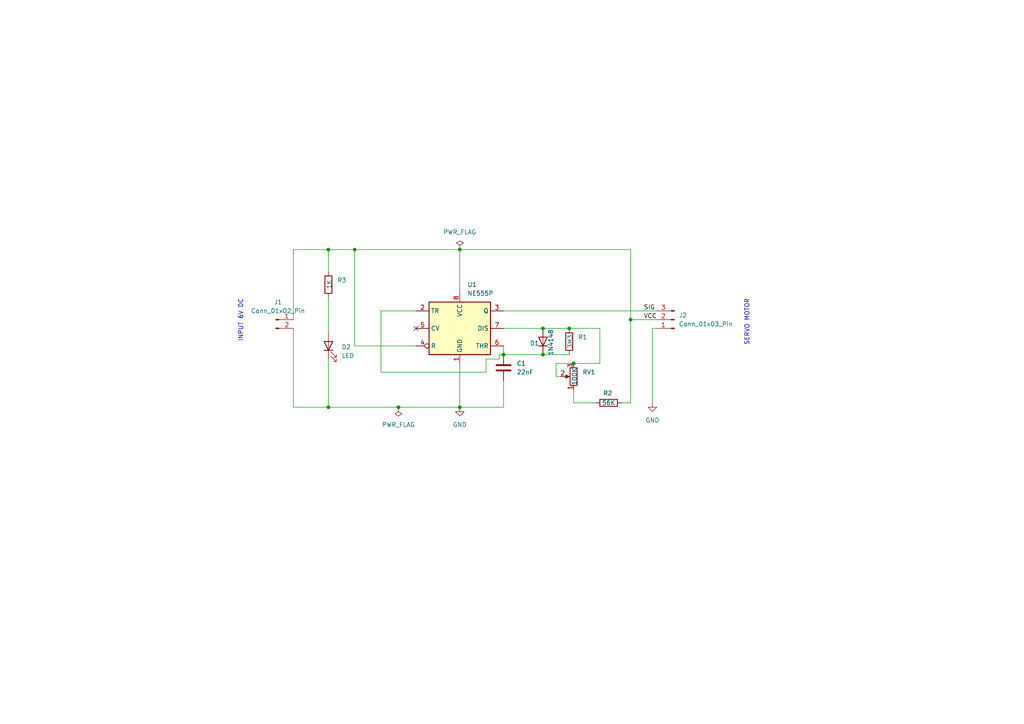
<source format=kicad_sch>
(kicad_sch
	(version 20231120)
	(generator "eeschema")
	(generator_version "8.0")
	(uuid "e56cd723-600f-405a-8194-556aa49c770c")
	(paper "A4")
	(title_block
		(title "Servo Tester")
		(date "2024-08-10")
		(company "Ampnics")
		(comment 1 "Drwan by Engineer Ammar")
	)
	(lib_symbols
		(symbol "Connector:Conn_01x02_Pin"
			(pin_names
				(offset 1.016) hide)
			(exclude_from_sim no)
			(in_bom yes)
			(on_board yes)
			(property "Reference" "J"
				(at 0 2.54 0)
				(effects
					(font
						(size 1.27 1.27)
					)
				)
			)
			(property "Value" "Conn_01x02_Pin"
				(at 0 -5.08 0)
				(effects
					(font
						(size 1.27 1.27)
					)
				)
			)
			(property "Footprint" ""
				(at 0 0 0)
				(effects
					(font
						(size 1.27 1.27)
					)
					(hide yes)
				)
			)
			(property "Datasheet" "~"
				(at 0 0 0)
				(effects
					(font
						(size 1.27 1.27)
					)
					(hide yes)
				)
			)
			(property "Description" "Generic connector, single row, 01x02, script generated"
				(at 0 0 0)
				(effects
					(font
						(size 1.27 1.27)
					)
					(hide yes)
				)
			)
			(property "ki_locked" ""
				(at 0 0 0)
				(effects
					(font
						(size 1.27 1.27)
					)
				)
			)
			(property "ki_keywords" "connector"
				(at 0 0 0)
				(effects
					(font
						(size 1.27 1.27)
					)
					(hide yes)
				)
			)
			(property "ki_fp_filters" "Connector*:*_1x??_*"
				(at 0 0 0)
				(effects
					(font
						(size 1.27 1.27)
					)
					(hide yes)
				)
			)
			(symbol "Conn_01x02_Pin_1_1"
				(polyline
					(pts
						(xy 1.27 -2.54) (xy 0.8636 -2.54)
					)
					(stroke
						(width 0.1524)
						(type default)
					)
					(fill
						(type none)
					)
				)
				(polyline
					(pts
						(xy 1.27 0) (xy 0.8636 0)
					)
					(stroke
						(width 0.1524)
						(type default)
					)
					(fill
						(type none)
					)
				)
				(rectangle
					(start 0.8636 -2.413)
					(end 0 -2.667)
					(stroke
						(width 0.1524)
						(type default)
					)
					(fill
						(type outline)
					)
				)
				(rectangle
					(start 0.8636 0.127)
					(end 0 -0.127)
					(stroke
						(width 0.1524)
						(type default)
					)
					(fill
						(type outline)
					)
				)
				(pin passive line
					(at 5.08 0 180)
					(length 3.81)
					(name "Pin_1"
						(effects
							(font
								(size 1.27 1.27)
							)
						)
					)
					(number "1"
						(effects
							(font
								(size 1.27 1.27)
							)
						)
					)
				)
				(pin passive line
					(at 5.08 -2.54 180)
					(length 3.81)
					(name "Pin_2"
						(effects
							(font
								(size 1.27 1.27)
							)
						)
					)
					(number "2"
						(effects
							(font
								(size 1.27 1.27)
							)
						)
					)
				)
			)
		)
		(symbol "Connector:Conn_01x03_Pin"
			(pin_names
				(offset 1.016) hide)
			(exclude_from_sim no)
			(in_bom yes)
			(on_board yes)
			(property "Reference" "J"
				(at 0 5.08 0)
				(effects
					(font
						(size 1.27 1.27)
					)
				)
			)
			(property "Value" "Conn_01x03_Pin"
				(at 0 -5.08 0)
				(effects
					(font
						(size 1.27 1.27)
					)
				)
			)
			(property "Footprint" ""
				(at 0 0 0)
				(effects
					(font
						(size 1.27 1.27)
					)
					(hide yes)
				)
			)
			(property "Datasheet" "~"
				(at 0 0 0)
				(effects
					(font
						(size 1.27 1.27)
					)
					(hide yes)
				)
			)
			(property "Description" "Generic connector, single row, 01x03, script generated"
				(at 0 0 0)
				(effects
					(font
						(size 1.27 1.27)
					)
					(hide yes)
				)
			)
			(property "ki_locked" ""
				(at 0 0 0)
				(effects
					(font
						(size 1.27 1.27)
					)
				)
			)
			(property "ki_keywords" "connector"
				(at 0 0 0)
				(effects
					(font
						(size 1.27 1.27)
					)
					(hide yes)
				)
			)
			(property "ki_fp_filters" "Connector*:*_1x??_*"
				(at 0 0 0)
				(effects
					(font
						(size 1.27 1.27)
					)
					(hide yes)
				)
			)
			(symbol "Conn_01x03_Pin_1_1"
				(polyline
					(pts
						(xy 1.27 -2.54) (xy 0.8636 -2.54)
					)
					(stroke
						(width 0.1524)
						(type default)
					)
					(fill
						(type none)
					)
				)
				(polyline
					(pts
						(xy 1.27 0) (xy 0.8636 0)
					)
					(stroke
						(width 0.1524)
						(type default)
					)
					(fill
						(type none)
					)
				)
				(polyline
					(pts
						(xy 1.27 2.54) (xy 0.8636 2.54)
					)
					(stroke
						(width 0.1524)
						(type default)
					)
					(fill
						(type none)
					)
				)
				(rectangle
					(start 0.8636 -2.413)
					(end 0 -2.667)
					(stroke
						(width 0.1524)
						(type default)
					)
					(fill
						(type outline)
					)
				)
				(rectangle
					(start 0.8636 0.127)
					(end 0 -0.127)
					(stroke
						(width 0.1524)
						(type default)
					)
					(fill
						(type outline)
					)
				)
				(rectangle
					(start 0.8636 2.667)
					(end 0 2.413)
					(stroke
						(width 0.1524)
						(type default)
					)
					(fill
						(type outline)
					)
				)
				(pin passive line
					(at 5.08 2.54 180)
					(length 3.81)
					(name "Pin_1"
						(effects
							(font
								(size 1.27 1.27)
							)
						)
					)
					(number "1"
						(effects
							(font
								(size 1.27 1.27)
							)
						)
					)
				)
				(pin passive line
					(at 5.08 0 180)
					(length 3.81)
					(name "Pin_2"
						(effects
							(font
								(size 1.27 1.27)
							)
						)
					)
					(number "2"
						(effects
							(font
								(size 1.27 1.27)
							)
						)
					)
				)
				(pin passive line
					(at 5.08 -2.54 180)
					(length 3.81)
					(name "Pin_3"
						(effects
							(font
								(size 1.27 1.27)
							)
						)
					)
					(number "3"
						(effects
							(font
								(size 1.27 1.27)
							)
						)
					)
				)
			)
		)
		(symbol "Device:C"
			(pin_numbers hide)
			(pin_names
				(offset 0.254)
			)
			(exclude_from_sim no)
			(in_bom yes)
			(on_board yes)
			(property "Reference" "C"
				(at 0.635 2.54 0)
				(effects
					(font
						(size 1.27 1.27)
					)
					(justify left)
				)
			)
			(property "Value" "C"
				(at 0.635 -2.54 0)
				(effects
					(font
						(size 1.27 1.27)
					)
					(justify left)
				)
			)
			(property "Footprint" ""
				(at 0.9652 -3.81 0)
				(effects
					(font
						(size 1.27 1.27)
					)
					(hide yes)
				)
			)
			(property "Datasheet" "~"
				(at 0 0 0)
				(effects
					(font
						(size 1.27 1.27)
					)
					(hide yes)
				)
			)
			(property "Description" "Unpolarized capacitor"
				(at 0 0 0)
				(effects
					(font
						(size 1.27 1.27)
					)
					(hide yes)
				)
			)
			(property "ki_keywords" "cap capacitor"
				(at 0 0 0)
				(effects
					(font
						(size 1.27 1.27)
					)
					(hide yes)
				)
			)
			(property "ki_fp_filters" "C_*"
				(at 0 0 0)
				(effects
					(font
						(size 1.27 1.27)
					)
					(hide yes)
				)
			)
			(symbol "C_0_1"
				(polyline
					(pts
						(xy -2.032 -0.762) (xy 2.032 -0.762)
					)
					(stroke
						(width 0.508)
						(type default)
					)
					(fill
						(type none)
					)
				)
				(polyline
					(pts
						(xy -2.032 0.762) (xy 2.032 0.762)
					)
					(stroke
						(width 0.508)
						(type default)
					)
					(fill
						(type none)
					)
				)
			)
			(symbol "C_1_1"
				(pin passive line
					(at 0 3.81 270)
					(length 2.794)
					(name "~"
						(effects
							(font
								(size 1.27 1.27)
							)
						)
					)
					(number "1"
						(effects
							(font
								(size 1.27 1.27)
							)
						)
					)
				)
				(pin passive line
					(at 0 -3.81 90)
					(length 2.794)
					(name "~"
						(effects
							(font
								(size 1.27 1.27)
							)
						)
					)
					(number "2"
						(effects
							(font
								(size 1.27 1.27)
							)
						)
					)
				)
			)
		)
		(symbol "Device:LED"
			(pin_numbers hide)
			(pin_names
				(offset 1.016) hide)
			(exclude_from_sim no)
			(in_bom yes)
			(on_board yes)
			(property "Reference" "D"
				(at 0 2.54 0)
				(effects
					(font
						(size 1.27 1.27)
					)
				)
			)
			(property "Value" "LED"
				(at 0 -2.54 0)
				(effects
					(font
						(size 1.27 1.27)
					)
				)
			)
			(property "Footprint" ""
				(at 0 0 0)
				(effects
					(font
						(size 1.27 1.27)
					)
					(hide yes)
				)
			)
			(property "Datasheet" "~"
				(at 0 0 0)
				(effects
					(font
						(size 1.27 1.27)
					)
					(hide yes)
				)
			)
			(property "Description" "Light emitting diode"
				(at 0 0 0)
				(effects
					(font
						(size 1.27 1.27)
					)
					(hide yes)
				)
			)
			(property "ki_keywords" "LED diode"
				(at 0 0 0)
				(effects
					(font
						(size 1.27 1.27)
					)
					(hide yes)
				)
			)
			(property "ki_fp_filters" "LED* LED_SMD:* LED_THT:*"
				(at 0 0 0)
				(effects
					(font
						(size 1.27 1.27)
					)
					(hide yes)
				)
			)
			(symbol "LED_0_1"
				(polyline
					(pts
						(xy -1.27 -1.27) (xy -1.27 1.27)
					)
					(stroke
						(width 0.254)
						(type default)
					)
					(fill
						(type none)
					)
				)
				(polyline
					(pts
						(xy -1.27 0) (xy 1.27 0)
					)
					(stroke
						(width 0)
						(type default)
					)
					(fill
						(type none)
					)
				)
				(polyline
					(pts
						(xy 1.27 -1.27) (xy 1.27 1.27) (xy -1.27 0) (xy 1.27 -1.27)
					)
					(stroke
						(width 0.254)
						(type default)
					)
					(fill
						(type none)
					)
				)
				(polyline
					(pts
						(xy -3.048 -0.762) (xy -4.572 -2.286) (xy -3.81 -2.286) (xy -4.572 -2.286) (xy -4.572 -1.524)
					)
					(stroke
						(width 0)
						(type default)
					)
					(fill
						(type none)
					)
				)
				(polyline
					(pts
						(xy -1.778 -0.762) (xy -3.302 -2.286) (xy -2.54 -2.286) (xy -3.302 -2.286) (xy -3.302 -1.524)
					)
					(stroke
						(width 0)
						(type default)
					)
					(fill
						(type none)
					)
				)
			)
			(symbol "LED_1_1"
				(pin passive line
					(at -3.81 0 0)
					(length 2.54)
					(name "K"
						(effects
							(font
								(size 1.27 1.27)
							)
						)
					)
					(number "1"
						(effects
							(font
								(size 1.27 1.27)
							)
						)
					)
				)
				(pin passive line
					(at 3.81 0 180)
					(length 2.54)
					(name "A"
						(effects
							(font
								(size 1.27 1.27)
							)
						)
					)
					(number "2"
						(effects
							(font
								(size 1.27 1.27)
							)
						)
					)
				)
			)
		)
		(symbol "Device:R"
			(pin_numbers hide)
			(pin_names
				(offset 0)
			)
			(exclude_from_sim no)
			(in_bom yes)
			(on_board yes)
			(property "Reference" "R"
				(at 2.032 0 90)
				(effects
					(font
						(size 1.27 1.27)
					)
				)
			)
			(property "Value" "R"
				(at 0 0 90)
				(effects
					(font
						(size 1.27 1.27)
					)
				)
			)
			(property "Footprint" ""
				(at -1.778 0 90)
				(effects
					(font
						(size 1.27 1.27)
					)
					(hide yes)
				)
			)
			(property "Datasheet" "~"
				(at 0 0 0)
				(effects
					(font
						(size 1.27 1.27)
					)
					(hide yes)
				)
			)
			(property "Description" "Resistor"
				(at 0 0 0)
				(effects
					(font
						(size 1.27 1.27)
					)
					(hide yes)
				)
			)
			(property "ki_keywords" "R res resistor"
				(at 0 0 0)
				(effects
					(font
						(size 1.27 1.27)
					)
					(hide yes)
				)
			)
			(property "ki_fp_filters" "R_*"
				(at 0 0 0)
				(effects
					(font
						(size 1.27 1.27)
					)
					(hide yes)
				)
			)
			(symbol "R_0_1"
				(rectangle
					(start -1.016 -2.54)
					(end 1.016 2.54)
					(stroke
						(width 0.254)
						(type default)
					)
					(fill
						(type none)
					)
				)
			)
			(symbol "R_1_1"
				(pin passive line
					(at 0 3.81 270)
					(length 1.27)
					(name "~"
						(effects
							(font
								(size 1.27 1.27)
							)
						)
					)
					(number "1"
						(effects
							(font
								(size 1.27 1.27)
							)
						)
					)
				)
				(pin passive line
					(at 0 -3.81 90)
					(length 1.27)
					(name "~"
						(effects
							(font
								(size 1.27 1.27)
							)
						)
					)
					(number "2"
						(effects
							(font
								(size 1.27 1.27)
							)
						)
					)
				)
			)
		)
		(symbol "Device:R_Potentiometer"
			(pin_names
				(offset 1.016) hide)
			(exclude_from_sim no)
			(in_bom yes)
			(on_board yes)
			(property "Reference" "RV"
				(at -4.445 0 90)
				(effects
					(font
						(size 1.27 1.27)
					)
				)
			)
			(property "Value" "R_Potentiometer"
				(at -2.54 0 90)
				(effects
					(font
						(size 1.27 1.27)
					)
				)
			)
			(property "Footprint" ""
				(at 0 0 0)
				(effects
					(font
						(size 1.27 1.27)
					)
					(hide yes)
				)
			)
			(property "Datasheet" "~"
				(at 0 0 0)
				(effects
					(font
						(size 1.27 1.27)
					)
					(hide yes)
				)
			)
			(property "Description" "Potentiometer"
				(at 0 0 0)
				(effects
					(font
						(size 1.27 1.27)
					)
					(hide yes)
				)
			)
			(property "ki_keywords" "resistor variable"
				(at 0 0 0)
				(effects
					(font
						(size 1.27 1.27)
					)
					(hide yes)
				)
			)
			(property "ki_fp_filters" "Potentiometer*"
				(at 0 0 0)
				(effects
					(font
						(size 1.27 1.27)
					)
					(hide yes)
				)
			)
			(symbol "R_Potentiometer_0_1"
				(polyline
					(pts
						(xy 2.54 0) (xy 1.524 0)
					)
					(stroke
						(width 0)
						(type default)
					)
					(fill
						(type none)
					)
				)
				(polyline
					(pts
						(xy 1.143 0) (xy 2.286 0.508) (xy 2.286 -0.508) (xy 1.143 0)
					)
					(stroke
						(width 0)
						(type default)
					)
					(fill
						(type outline)
					)
				)
				(rectangle
					(start 1.016 2.54)
					(end -1.016 -2.54)
					(stroke
						(width 0.254)
						(type default)
					)
					(fill
						(type none)
					)
				)
			)
			(symbol "R_Potentiometer_1_1"
				(pin passive line
					(at 0 3.81 270)
					(length 1.27)
					(name "1"
						(effects
							(font
								(size 1.27 1.27)
							)
						)
					)
					(number "1"
						(effects
							(font
								(size 1.27 1.27)
							)
						)
					)
				)
				(pin passive line
					(at 3.81 0 180)
					(length 1.27)
					(name "2"
						(effects
							(font
								(size 1.27 1.27)
							)
						)
					)
					(number "2"
						(effects
							(font
								(size 1.27 1.27)
							)
						)
					)
				)
				(pin passive line
					(at 0 -3.81 90)
					(length 1.27)
					(name "3"
						(effects
							(font
								(size 1.27 1.27)
							)
						)
					)
					(number "3"
						(effects
							(font
								(size 1.27 1.27)
							)
						)
					)
				)
			)
		)
		(symbol "Diode:1N4148"
			(pin_numbers hide)
			(pin_names hide)
			(exclude_from_sim no)
			(in_bom yes)
			(on_board yes)
			(property "Reference" "D"
				(at 0 2.54 0)
				(effects
					(font
						(size 1.27 1.27)
					)
				)
			)
			(property "Value" "1N4148"
				(at 0 -2.54 0)
				(effects
					(font
						(size 1.27 1.27)
					)
				)
			)
			(property "Footprint" "Diode_THT:D_DO-35_SOD27_P7.62mm_Horizontal"
				(at 0 0 0)
				(effects
					(font
						(size 1.27 1.27)
					)
					(hide yes)
				)
			)
			(property "Datasheet" "https://assets.nexperia.com/documents/data-sheet/1N4148_1N4448.pdf"
				(at 0 0 0)
				(effects
					(font
						(size 1.27 1.27)
					)
					(hide yes)
				)
			)
			(property "Description" "100V 0.15A standard switching diode, DO-35"
				(at 0 0 0)
				(effects
					(font
						(size 1.27 1.27)
					)
					(hide yes)
				)
			)
			(property "Sim.Device" "D"
				(at 0 0 0)
				(effects
					(font
						(size 1.27 1.27)
					)
					(hide yes)
				)
			)
			(property "Sim.Pins" "1=K 2=A"
				(at 0 0 0)
				(effects
					(font
						(size 1.27 1.27)
					)
					(hide yes)
				)
			)
			(property "ki_keywords" "diode"
				(at 0 0 0)
				(effects
					(font
						(size 1.27 1.27)
					)
					(hide yes)
				)
			)
			(property "ki_fp_filters" "D*DO?35*"
				(at 0 0 0)
				(effects
					(font
						(size 1.27 1.27)
					)
					(hide yes)
				)
			)
			(symbol "1N4148_0_1"
				(polyline
					(pts
						(xy -1.27 1.27) (xy -1.27 -1.27)
					)
					(stroke
						(width 0.254)
						(type default)
					)
					(fill
						(type none)
					)
				)
				(polyline
					(pts
						(xy 1.27 0) (xy -1.27 0)
					)
					(stroke
						(width 0)
						(type default)
					)
					(fill
						(type none)
					)
				)
				(polyline
					(pts
						(xy 1.27 1.27) (xy 1.27 -1.27) (xy -1.27 0) (xy 1.27 1.27)
					)
					(stroke
						(width 0.254)
						(type default)
					)
					(fill
						(type none)
					)
				)
			)
			(symbol "1N4148_1_1"
				(pin passive line
					(at -3.81 0 0)
					(length 2.54)
					(name "K"
						(effects
							(font
								(size 1.27 1.27)
							)
						)
					)
					(number "1"
						(effects
							(font
								(size 1.27 1.27)
							)
						)
					)
				)
				(pin passive line
					(at 3.81 0 180)
					(length 2.54)
					(name "A"
						(effects
							(font
								(size 1.27 1.27)
							)
						)
					)
					(number "2"
						(effects
							(font
								(size 1.27 1.27)
							)
						)
					)
				)
			)
		)
		(symbol "Timer:NE555P"
			(exclude_from_sim no)
			(in_bom yes)
			(on_board yes)
			(property "Reference" "U"
				(at -10.16 8.89 0)
				(effects
					(font
						(size 1.27 1.27)
					)
					(justify left)
				)
			)
			(property "Value" "NE555P"
				(at 2.54 8.89 0)
				(effects
					(font
						(size 1.27 1.27)
					)
					(justify left)
				)
			)
			(property "Footprint" "Package_DIP:DIP-8_W7.62mm"
				(at 16.51 -10.16 0)
				(effects
					(font
						(size 1.27 1.27)
					)
					(hide yes)
				)
			)
			(property "Datasheet" "http://www.ti.com/lit/ds/symlink/ne555.pdf"
				(at 21.59 -10.16 0)
				(effects
					(font
						(size 1.27 1.27)
					)
					(hide yes)
				)
			)
			(property "Description" "Precision Timers, 555 compatible,  PDIP-8"
				(at 0 0 0)
				(effects
					(font
						(size 1.27 1.27)
					)
					(hide yes)
				)
			)
			(property "ki_keywords" "single timer 555"
				(at 0 0 0)
				(effects
					(font
						(size 1.27 1.27)
					)
					(hide yes)
				)
			)
			(property "ki_fp_filters" "DIP*W7.62mm*"
				(at 0 0 0)
				(effects
					(font
						(size 1.27 1.27)
					)
					(hide yes)
				)
			)
			(symbol "NE555P_0_0"
				(pin power_in line
					(at 0 -10.16 90)
					(length 2.54)
					(name "GND"
						(effects
							(font
								(size 1.27 1.27)
							)
						)
					)
					(number "1"
						(effects
							(font
								(size 1.27 1.27)
							)
						)
					)
				)
				(pin power_in line
					(at 0 10.16 270)
					(length 2.54)
					(name "VCC"
						(effects
							(font
								(size 1.27 1.27)
							)
						)
					)
					(number "8"
						(effects
							(font
								(size 1.27 1.27)
							)
						)
					)
				)
			)
			(symbol "NE555P_0_1"
				(rectangle
					(start -8.89 -7.62)
					(end 8.89 7.62)
					(stroke
						(width 0.254)
						(type default)
					)
					(fill
						(type background)
					)
				)
				(rectangle
					(start -8.89 -7.62)
					(end 8.89 7.62)
					(stroke
						(width 0.254)
						(type default)
					)
					(fill
						(type background)
					)
				)
			)
			(symbol "NE555P_1_1"
				(pin input line
					(at -12.7 5.08 0)
					(length 3.81)
					(name "TR"
						(effects
							(font
								(size 1.27 1.27)
							)
						)
					)
					(number "2"
						(effects
							(font
								(size 1.27 1.27)
							)
						)
					)
				)
				(pin output line
					(at 12.7 5.08 180)
					(length 3.81)
					(name "Q"
						(effects
							(font
								(size 1.27 1.27)
							)
						)
					)
					(number "3"
						(effects
							(font
								(size 1.27 1.27)
							)
						)
					)
				)
				(pin input inverted
					(at -12.7 -5.08 0)
					(length 3.81)
					(name "R"
						(effects
							(font
								(size 1.27 1.27)
							)
						)
					)
					(number "4"
						(effects
							(font
								(size 1.27 1.27)
							)
						)
					)
				)
				(pin input line
					(at -12.7 0 0)
					(length 3.81)
					(name "CV"
						(effects
							(font
								(size 1.27 1.27)
							)
						)
					)
					(number "5"
						(effects
							(font
								(size 1.27 1.27)
							)
						)
					)
				)
				(pin input line
					(at 12.7 -5.08 180)
					(length 3.81)
					(name "THR"
						(effects
							(font
								(size 1.27 1.27)
							)
						)
					)
					(number "6"
						(effects
							(font
								(size 1.27 1.27)
							)
						)
					)
				)
				(pin input line
					(at 12.7 0 180)
					(length 3.81)
					(name "DIS"
						(effects
							(font
								(size 1.27 1.27)
							)
						)
					)
					(number "7"
						(effects
							(font
								(size 1.27 1.27)
							)
						)
					)
				)
			)
		)
		(symbol "power:GND"
			(power)
			(pin_numbers hide)
			(pin_names
				(offset 0) hide)
			(exclude_from_sim no)
			(in_bom yes)
			(on_board yes)
			(property "Reference" "#PWR"
				(at 0 -6.35 0)
				(effects
					(font
						(size 1.27 1.27)
					)
					(hide yes)
				)
			)
			(property "Value" "GND"
				(at 0 -3.81 0)
				(effects
					(font
						(size 1.27 1.27)
					)
				)
			)
			(property "Footprint" ""
				(at 0 0 0)
				(effects
					(font
						(size 1.27 1.27)
					)
					(hide yes)
				)
			)
			(property "Datasheet" ""
				(at 0 0 0)
				(effects
					(font
						(size 1.27 1.27)
					)
					(hide yes)
				)
			)
			(property "Description" "Power symbol creates a global label with name \"GND\" , ground"
				(at 0 0 0)
				(effects
					(font
						(size 1.27 1.27)
					)
					(hide yes)
				)
			)
			(property "ki_keywords" "global power"
				(at 0 0 0)
				(effects
					(font
						(size 1.27 1.27)
					)
					(hide yes)
				)
			)
			(symbol "GND_0_1"
				(polyline
					(pts
						(xy 0 0) (xy 0 -1.27) (xy 1.27 -1.27) (xy 0 -2.54) (xy -1.27 -1.27) (xy 0 -1.27)
					)
					(stroke
						(width 0)
						(type default)
					)
					(fill
						(type none)
					)
				)
			)
			(symbol "GND_1_1"
				(pin power_in line
					(at 0 0 270)
					(length 0)
					(name "~"
						(effects
							(font
								(size 1.27 1.27)
							)
						)
					)
					(number "1"
						(effects
							(font
								(size 1.27 1.27)
							)
						)
					)
				)
			)
		)
		(symbol "power:PWR_FLAG"
			(power)
			(pin_numbers hide)
			(pin_names
				(offset 0) hide)
			(exclude_from_sim no)
			(in_bom yes)
			(on_board yes)
			(property "Reference" "#FLG"
				(at 0 1.905 0)
				(effects
					(font
						(size 1.27 1.27)
					)
					(hide yes)
				)
			)
			(property "Value" "PWR_FLAG"
				(at 0 3.81 0)
				(effects
					(font
						(size 1.27 1.27)
					)
				)
			)
			(property "Footprint" ""
				(at 0 0 0)
				(effects
					(font
						(size 1.27 1.27)
					)
					(hide yes)
				)
			)
			(property "Datasheet" "~"
				(at 0 0 0)
				(effects
					(font
						(size 1.27 1.27)
					)
					(hide yes)
				)
			)
			(property "Description" "Special symbol for telling ERC where power comes from"
				(at 0 0 0)
				(effects
					(font
						(size 1.27 1.27)
					)
					(hide yes)
				)
			)
			(property "ki_keywords" "flag power"
				(at 0 0 0)
				(effects
					(font
						(size 1.27 1.27)
					)
					(hide yes)
				)
			)
			(symbol "PWR_FLAG_0_0"
				(pin power_out line
					(at 0 0 90)
					(length 0)
					(name "~"
						(effects
							(font
								(size 1.27 1.27)
							)
						)
					)
					(number "1"
						(effects
							(font
								(size 1.27 1.27)
							)
						)
					)
				)
			)
			(symbol "PWR_FLAG_0_1"
				(polyline
					(pts
						(xy 0 0) (xy 0 1.27) (xy -1.016 1.905) (xy 0 2.54) (xy 1.016 1.905) (xy 0 1.27)
					)
					(stroke
						(width 0)
						(type default)
					)
					(fill
						(type none)
					)
				)
			)
		)
	)
	(junction
		(at 95.25 118.11)
		(diameter 0)
		(color 0 0 0 0)
		(uuid "0cae7994-0f9f-453c-bcd0-6542d037b959")
	)
	(junction
		(at 133.35 118.11)
		(diameter 0)
		(color 0 0 0 0)
		(uuid "2480434c-ea9e-48b6-9a7c-9f396b925ccf")
	)
	(junction
		(at 95.25 72.39)
		(diameter 0)
		(color 0 0 0 0)
		(uuid "304d9525-69c5-4669-a397-8520e60e49dd")
	)
	(junction
		(at 157.48 102.87)
		(diameter 0)
		(color 0 0 0 0)
		(uuid "4245d171-0f41-4d27-877c-a9e10a030f80")
	)
	(junction
		(at 115.57 118.11)
		(diameter 0)
		(color 0 0 0 0)
		(uuid "481d8825-90bc-420e-9fc9-5aa5f292ac73")
	)
	(junction
		(at 146.05 102.87)
		(diameter 0)
		(color 0 0 0 0)
		(uuid "5166ade3-0f99-483d-a2f0-1eadaa2ebf60")
	)
	(junction
		(at 157.48 95.25)
		(diameter 0)
		(color 0 0 0 0)
		(uuid "9584fbc8-411c-4363-8c40-ffe8fe31a7fc")
	)
	(junction
		(at 102.87 72.39)
		(diameter 0)
		(color 0 0 0 0)
		(uuid "bc8623a1-05be-446e-9524-6924e6f05d29")
	)
	(junction
		(at 133.35 72.39)
		(diameter 0)
		(color 0 0 0 0)
		(uuid "c93d2da7-6eb4-41df-ab34-42d04d3deeef")
	)
	(junction
		(at 165.1 95.25)
		(diameter 0)
		(color 0 0 0 0)
		(uuid "d41607c5-fbdc-496f-a445-df271bae72c9")
	)
	(junction
		(at 182.88 92.71)
		(diameter 0)
		(color 0 0 0 0)
		(uuid "f7a90f4a-3972-47fc-99b7-edb65706f187")
	)
	(junction
		(at 166.37 105.41)
		(diameter 0)
		(color 0 0 0 0)
		(uuid "f88ae782-2fbe-4c81-ba6c-4ea030851355")
	)
	(no_connect
		(at 120.65 95.25)
		(uuid "7648f317-3f65-4059-9c22-8dfced52d624")
	)
	(wire
		(pts
			(xy 133.35 85.09) (xy 133.35 72.39)
		)
		(stroke
			(width 0)
			(type default)
		)
		(uuid "05104fd4-a259-41a0-85b5-d6e31bacec51")
	)
	(wire
		(pts
			(xy 140.97 104.14) (xy 144.78 104.14)
		)
		(stroke
			(width 0)
			(type default)
		)
		(uuid "0c29db8a-34ec-4108-a54a-829889b139f7")
	)
	(wire
		(pts
			(xy 85.09 72.39) (xy 95.25 72.39)
		)
		(stroke
			(width 0)
			(type default)
		)
		(uuid "0cb48550-f038-4df1-a5fe-9969d00be4d0")
	)
	(wire
		(pts
			(xy 146.05 90.17) (xy 190.5 90.17)
		)
		(stroke
			(width 0)
			(type default)
		)
		(uuid "0de7047b-ca9f-473c-a89a-4495bfbfc972")
	)
	(wire
		(pts
			(xy 140.97 107.95) (xy 140.97 104.14)
		)
		(stroke
			(width 0)
			(type default)
		)
		(uuid "0ffcd793-c767-4daf-bcf0-ed6642f3e7b2")
	)
	(wire
		(pts
			(xy 146.05 102.87) (xy 146.05 100.33)
		)
		(stroke
			(width 0)
			(type default)
		)
		(uuid "1784c552-ae2f-4012-a06f-9992544d0151")
	)
	(wire
		(pts
			(xy 85.09 118.11) (xy 95.25 118.11)
		)
		(stroke
			(width 0)
			(type default)
		)
		(uuid "29413e2e-d759-4e6f-b8e7-cc4051a660a5")
	)
	(wire
		(pts
			(xy 85.09 92.71) (xy 85.09 72.39)
		)
		(stroke
			(width 0)
			(type default)
		)
		(uuid "2eec950c-afd9-492a-9a1c-443c0d42f906")
	)
	(wire
		(pts
			(xy 162.56 109.22) (xy 161.29 109.22)
		)
		(stroke
			(width 0)
			(type default)
		)
		(uuid "3868ddeb-cbb5-4ad7-a505-16d13cf80e5a")
	)
	(wire
		(pts
			(xy 120.65 90.17) (xy 110.49 90.17)
		)
		(stroke
			(width 0)
			(type default)
		)
		(uuid "3ac31c4f-8cc6-48c2-9de7-bfef48ae18b9")
	)
	(wire
		(pts
			(xy 115.57 118.11) (xy 95.25 118.11)
		)
		(stroke
			(width 0)
			(type default)
		)
		(uuid "3e4d0b08-9529-47f3-b86b-f4d6f69cfac5")
	)
	(wire
		(pts
			(xy 166.37 105.41) (xy 173.99 105.41)
		)
		(stroke
			(width 0)
			(type default)
		)
		(uuid "4b0d5c9d-af5d-482e-bddb-6e35980c8783")
	)
	(wire
		(pts
			(xy 110.49 90.17) (xy 110.49 107.95)
		)
		(stroke
			(width 0)
			(type default)
		)
		(uuid "4b188bbe-9a4b-4915-8ba5-7ea03edeff26")
	)
	(wire
		(pts
			(xy 166.37 116.84) (xy 166.37 113.03)
		)
		(stroke
			(width 0)
			(type default)
		)
		(uuid "503854ec-a669-4eb4-aa7f-fa85804bf938")
	)
	(wire
		(pts
			(xy 133.35 118.11) (xy 115.57 118.11)
		)
		(stroke
			(width 0)
			(type default)
		)
		(uuid "599591fd-e65d-44cf-99de-0bac3ba1318f")
	)
	(wire
		(pts
			(xy 133.35 105.41) (xy 133.35 118.11)
		)
		(stroke
			(width 0)
			(type default)
		)
		(uuid "5ba38b4b-bc03-4cff-b895-0e5548a2fa0d")
	)
	(wire
		(pts
			(xy 146.05 110.49) (xy 146.05 118.11)
		)
		(stroke
			(width 0)
			(type default)
		)
		(uuid "5fdc5417-9b58-4f29-98d3-f64e32981c97")
	)
	(wire
		(pts
			(xy 182.88 92.71) (xy 190.5 92.71)
		)
		(stroke
			(width 0)
			(type default)
		)
		(uuid "68a01a7e-f0b5-48be-9e9a-0306cfd09d24")
	)
	(wire
		(pts
			(xy 180.34 116.84) (xy 182.88 116.84)
		)
		(stroke
			(width 0)
			(type default)
		)
		(uuid "715d2a36-f170-4ec7-860d-42feecd1e8b2")
	)
	(wire
		(pts
			(xy 161.29 109.22) (xy 161.29 105.41)
		)
		(stroke
			(width 0)
			(type default)
		)
		(uuid "7568ffe3-cf16-4208-827b-8831db5dbbb1")
	)
	(wire
		(pts
			(xy 120.65 100.33) (xy 102.87 100.33)
		)
		(stroke
			(width 0)
			(type default)
		)
		(uuid "79637794-a27e-4fa9-aee3-950677f3d5d6")
	)
	(wire
		(pts
			(xy 182.88 116.84) (xy 182.88 92.71)
		)
		(stroke
			(width 0)
			(type default)
		)
		(uuid "7b27322e-26d8-4386-854f-9458261f4072")
	)
	(wire
		(pts
			(xy 157.48 102.87) (xy 146.05 102.87)
		)
		(stroke
			(width 0)
			(type default)
		)
		(uuid "811c5f99-56f2-496e-b5cb-83147d280211")
	)
	(wire
		(pts
			(xy 157.48 95.25) (xy 165.1 95.25)
		)
		(stroke
			(width 0)
			(type default)
		)
		(uuid "81529519-855e-4f6b-bcfa-ba3e372b0280")
	)
	(wire
		(pts
			(xy 144.78 102.87) (xy 146.05 102.87)
		)
		(stroke
			(width 0)
			(type default)
		)
		(uuid "8cf9e47b-eb55-446c-956a-10e10d4d174f")
	)
	(wire
		(pts
			(xy 172.72 116.84) (xy 166.37 116.84)
		)
		(stroke
			(width 0)
			(type default)
		)
		(uuid "9546350e-d390-40bf-a4e6-6ec755592798")
	)
	(wire
		(pts
			(xy 182.88 72.39) (xy 133.35 72.39)
		)
		(stroke
			(width 0)
			(type default)
		)
		(uuid "a0d72850-3d8e-41e3-a7d7-a488844c4e3f")
	)
	(wire
		(pts
			(xy 95.25 104.14) (xy 95.25 118.11)
		)
		(stroke
			(width 0)
			(type default)
		)
		(uuid "a1df5e1c-76c9-4dec-93f6-87ec7fb7fd22")
	)
	(wire
		(pts
			(xy 95.25 86.36) (xy 95.25 96.52)
		)
		(stroke
			(width 0)
			(type default)
		)
		(uuid "ab14cb65-9382-419c-a9d8-8ae3b755b4f2")
	)
	(wire
		(pts
			(xy 173.99 95.25) (xy 165.1 95.25)
		)
		(stroke
			(width 0)
			(type default)
		)
		(uuid "b2d2b80d-ef95-460a-ad6a-7a03f98918c0")
	)
	(wire
		(pts
			(xy 173.99 105.41) (xy 173.99 95.25)
		)
		(stroke
			(width 0)
			(type default)
		)
		(uuid "b54615e0-68e1-49de-89dd-99c15a6a296c")
	)
	(wire
		(pts
			(xy 157.48 102.87) (xy 165.1 102.87)
		)
		(stroke
			(width 0)
			(type default)
		)
		(uuid "b5cc7c4e-2999-431e-ba49-4e229acdd179")
	)
	(wire
		(pts
			(xy 190.5 95.25) (xy 189.23 95.25)
		)
		(stroke
			(width 0)
			(type default)
		)
		(uuid "b62ffb02-b85e-4c70-8dd9-5d039cc3d015")
	)
	(wire
		(pts
			(xy 189.23 95.25) (xy 189.23 116.84)
		)
		(stroke
			(width 0)
			(type default)
		)
		(uuid "bbe1c9f3-e30f-41cd-b11b-edc33f353577")
	)
	(wire
		(pts
			(xy 95.25 72.39) (xy 95.25 78.74)
		)
		(stroke
			(width 0)
			(type default)
		)
		(uuid "bfca7007-70ff-4db4-a8b8-35419eeb556e")
	)
	(wire
		(pts
			(xy 102.87 100.33) (xy 102.87 72.39)
		)
		(stroke
			(width 0)
			(type default)
		)
		(uuid "c3433987-1fa5-49f0-b8a0-eecfe5d7076e")
	)
	(wire
		(pts
			(xy 110.49 107.95) (xy 140.97 107.95)
		)
		(stroke
			(width 0)
			(type default)
		)
		(uuid "c43ac06e-979e-499c-826d-4fc83b5e0f0c")
	)
	(wire
		(pts
			(xy 161.29 105.41) (xy 166.37 105.41)
		)
		(stroke
			(width 0)
			(type default)
		)
		(uuid "cd2c8725-f5ff-47ea-8fd3-2272084cc512")
	)
	(wire
		(pts
			(xy 146.05 118.11) (xy 133.35 118.11)
		)
		(stroke
			(width 0)
			(type default)
		)
		(uuid "d31aa653-a56c-4dfb-b09c-5cb05a4231b0")
	)
	(wire
		(pts
			(xy 95.25 72.39) (xy 102.87 72.39)
		)
		(stroke
			(width 0)
			(type default)
		)
		(uuid "dbca35e2-f839-4d6a-a61f-21c5ff5d5cdc")
	)
	(wire
		(pts
			(xy 102.87 72.39) (xy 133.35 72.39)
		)
		(stroke
			(width 0)
			(type default)
		)
		(uuid "e6b2ad87-6dd9-4b5d-87bb-964b3131d5d8")
	)
	(wire
		(pts
			(xy 144.78 104.14) (xy 144.78 102.87)
		)
		(stroke
			(width 0)
			(type default)
		)
		(uuid "ea24725a-3e38-428b-a48d-79de9ffae11e")
	)
	(wire
		(pts
			(xy 85.09 95.25) (xy 85.09 118.11)
		)
		(stroke
			(width 0)
			(type default)
		)
		(uuid "f6275c5e-1e25-49db-b6cd-a873f8cd7aaf")
	)
	(wire
		(pts
			(xy 146.05 95.25) (xy 157.48 95.25)
		)
		(stroke
			(width 0)
			(type default)
		)
		(uuid "fd302b98-e317-4e0f-9eff-1d26374baa6c")
	)
	(wire
		(pts
			(xy 182.88 92.71) (xy 182.88 72.39)
		)
		(stroke
			(width 0)
			(type default)
		)
		(uuid "ffe144aa-9fb3-45f9-86b0-30c117df30a0")
	)
	(text "SERVO MOTOR"
		(exclude_from_sim no)
		(at 216.662 93.472 90)
		(effects
			(font
				(size 1.27 1.27)
			)
		)
		(uuid "4e55251e-2c4a-4826-a0eb-61587dcc7ed4")
	)
	(text "INPUT 6V DC"
		(exclude_from_sim no)
		(at 69.85 92.964 90)
		(effects
			(font
				(size 1.27 1.27)
			)
		)
		(uuid "dd3f5ff2-76e4-468a-bac7-3e2a806b3bbc")
	)
	(label "SIG"
		(at 186.69 90.17 0)
		(fields_autoplaced yes)
		(effects
			(font
				(size 1.27 1.27)
			)
			(justify left bottom)
		)
		(uuid "9c18eaf7-886e-41a4-b97e-223724b73e06")
	)
	(label "VCC"
		(at 186.69 92.71 0)
		(fields_autoplaced yes)
		(effects
			(font
				(size 1.27 1.27)
			)
			(justify left bottom)
		)
		(uuid "d83eec07-c869-4aaf-9fbb-5fee6b2208b6")
	)
	(symbol
		(lib_id "Device:R_Potentiometer")
		(at 166.37 109.22 180)
		(unit 1)
		(exclude_from_sim no)
		(in_bom yes)
		(on_board yes)
		(dnp no)
		(uuid "0f84c51a-099f-4a20-ba9c-811a75f25a60")
		(property "Reference" "RV1"
			(at 168.91 107.9499 0)
			(effects
				(font
					(size 1.27 1.27)
				)
				(justify right)
			)
		)
		(property "Value" "100K"
			(at 166.624 111.76 90)
			(effects
				(font
					(size 1.27 1.27)
				)
				(justify right)
			)
		)
		(property "Footprint" "Potentiometer_THT:Potentiometer_Alps_RK163_Single_Horizontal"
			(at 166.37 109.22 0)
			(effects
				(font
					(size 1.27 1.27)
				)
				(hide yes)
			)
		)
		(property "Datasheet" "~"
			(at 166.37 109.22 0)
			(effects
				(font
					(size 1.27 1.27)
				)
				(hide yes)
			)
		)
		(property "Description" "Potentiometer"
			(at 166.37 109.22 0)
			(effects
				(font
					(size 1.27 1.27)
				)
				(hide yes)
			)
		)
		(pin "3"
			(uuid "43be795b-ebfd-4f93-9b45-8dcc017e5826")
		)
		(pin "2"
			(uuid "36cb25d3-edba-4ab9-a199-539c2f258548")
		)
		(pin "1"
			(uuid "b5be85d8-0d30-4f59-b08b-c6e67718a8c5")
		)
		(instances
			(project ""
				(path "/e56cd723-600f-405a-8194-556aa49c770c"
					(reference "RV1")
					(unit 1)
				)
			)
		)
	)
	(symbol
		(lib_id "power:PWR_FLAG")
		(at 115.57 118.11 180)
		(unit 1)
		(exclude_from_sim no)
		(in_bom yes)
		(on_board yes)
		(dnp no)
		(fields_autoplaced yes)
		(uuid "2d4423dc-b7db-4c16-975b-1a7b70d9879e")
		(property "Reference" "#FLG01"
			(at 115.57 120.015 0)
			(effects
				(font
					(size 1.27 1.27)
				)
				(hide yes)
			)
		)
		(property "Value" "PWR_FLAG"
			(at 115.57 123.19 0)
			(effects
				(font
					(size 1.27 1.27)
				)
			)
		)
		(property "Footprint" ""
			(at 115.57 118.11 0)
			(effects
				(font
					(size 1.27 1.27)
				)
				(hide yes)
			)
		)
		(property "Datasheet" "~"
			(at 115.57 118.11 0)
			(effects
				(font
					(size 1.27 1.27)
				)
				(hide yes)
			)
		)
		(property "Description" "Special symbol for telling ERC where power comes from"
			(at 115.57 118.11 0)
			(effects
				(font
					(size 1.27 1.27)
				)
				(hide yes)
			)
		)
		(pin "1"
			(uuid "a4c5badf-e515-4738-8d80-e057c4ef51f9")
		)
		(instances
			(project ""
				(path "/e56cd723-600f-405a-8194-556aa49c770c"
					(reference "#FLG01")
					(unit 1)
				)
			)
		)
	)
	(symbol
		(lib_id "power:GND")
		(at 133.35 118.11 0)
		(unit 1)
		(exclude_from_sim no)
		(in_bom yes)
		(on_board yes)
		(dnp no)
		(fields_autoplaced yes)
		(uuid "365edfd2-4ba2-4123-9676-bbb0979640e6")
		(property "Reference" "#PWR01"
			(at 133.35 124.46 0)
			(effects
				(font
					(size 1.27 1.27)
				)
				(hide yes)
			)
		)
		(property "Value" "GND"
			(at 133.35 123.19 0)
			(effects
				(font
					(size 1.27 1.27)
				)
			)
		)
		(property "Footprint" ""
			(at 133.35 118.11 0)
			(effects
				(font
					(size 1.27 1.27)
				)
				(hide yes)
			)
		)
		(property "Datasheet" ""
			(at 133.35 118.11 0)
			(effects
				(font
					(size 1.27 1.27)
				)
				(hide yes)
			)
		)
		(property "Description" "Power symbol creates a global label with name \"GND\" , ground"
			(at 133.35 118.11 0)
			(effects
				(font
					(size 1.27 1.27)
				)
				(hide yes)
			)
		)
		(pin "1"
			(uuid "78c3e3a1-3076-4a98-b879-6b8c166ba6be")
		)
		(instances
			(project ""
				(path "/e56cd723-600f-405a-8194-556aa49c770c"
					(reference "#PWR01")
					(unit 1)
				)
			)
		)
	)
	(symbol
		(lib_id "power:PWR_FLAG")
		(at 133.35 72.39 0)
		(unit 1)
		(exclude_from_sim no)
		(in_bom yes)
		(on_board yes)
		(dnp no)
		(fields_autoplaced yes)
		(uuid "36cf1f78-d2ab-4ec3-939d-70ab0fdbb9fb")
		(property "Reference" "#FLG02"
			(at 133.35 70.485 0)
			(effects
				(font
					(size 1.27 1.27)
				)
				(hide yes)
			)
		)
		(property "Value" "PWR_FLAG"
			(at 133.35 67.31 0)
			(effects
				(font
					(size 1.27 1.27)
				)
			)
		)
		(property "Footprint" ""
			(at 133.35 72.39 0)
			(effects
				(font
					(size 1.27 1.27)
				)
				(hide yes)
			)
		)
		(property "Datasheet" "~"
			(at 133.35 72.39 0)
			(effects
				(font
					(size 1.27 1.27)
				)
				(hide yes)
			)
		)
		(property "Description" "Special symbol for telling ERC where power comes from"
			(at 133.35 72.39 0)
			(effects
				(font
					(size 1.27 1.27)
				)
				(hide yes)
			)
		)
		(pin "1"
			(uuid "223879a2-ef0f-4a98-a272-44ce2078433b")
		)
		(instances
			(project "Servo Tester"
				(path "/e56cd723-600f-405a-8194-556aa49c770c"
					(reference "#FLG02")
					(unit 1)
				)
			)
		)
	)
	(symbol
		(lib_id "Device:R")
		(at 165.1 99.06 0)
		(unit 1)
		(exclude_from_sim no)
		(in_bom yes)
		(on_board yes)
		(dnp no)
		(uuid "4606cb80-e94b-4e4d-8765-1335d9d89808")
		(property "Reference" "R1"
			(at 167.64 97.7899 0)
			(effects
				(font
					(size 1.27 1.27)
				)
				(justify left)
			)
		)
		(property "Value" "3M3"
			(at 165.354 101.092 90)
			(effects
				(font
					(size 1.27 1.27)
				)
				(justify left)
			)
		)
		(property "Footprint" "Resistor_THT:R_Axial_DIN0204_L3.6mm_D1.6mm_P7.62mm_Horizontal"
			(at 163.322 99.06 90)
			(effects
				(font
					(size 1.27 1.27)
				)
				(hide yes)
			)
		)
		(property "Datasheet" "~"
			(at 165.1 99.06 0)
			(effects
				(font
					(size 1.27 1.27)
				)
				(hide yes)
			)
		)
		(property "Description" "Resistor"
			(at 165.1 99.06 0)
			(effects
				(font
					(size 1.27 1.27)
				)
				(hide yes)
			)
		)
		(pin "1"
			(uuid "b72cfd96-9e51-4898-afc2-4476d361b8e9")
		)
		(pin "2"
			(uuid "11d25507-f8f0-493a-954a-bfddfb7e3f89")
		)
		(instances
			(project ""
				(path "/e56cd723-600f-405a-8194-556aa49c770c"
					(reference "R1")
					(unit 1)
				)
			)
		)
	)
	(symbol
		(lib_id "Device:C")
		(at 146.05 106.68 0)
		(unit 1)
		(exclude_from_sim no)
		(in_bom yes)
		(on_board yes)
		(dnp no)
		(fields_autoplaced yes)
		(uuid "47780402-0d45-4c3b-9707-7f3d65c361d8")
		(property "Reference" "C1"
			(at 149.86 105.4099 0)
			(effects
				(font
					(size 1.27 1.27)
				)
				(justify left)
			)
		)
		(property "Value" "22nF"
			(at 149.86 107.9499 0)
			(effects
				(font
					(size 1.27 1.27)
				)
				(justify left)
			)
		)
		(property "Footprint" "Capacitor_THT:C_Disc_D4.3mm_W1.9mm_P5.00mm"
			(at 147.0152 110.49 0)
			(effects
				(font
					(size 1.27 1.27)
				)
				(hide yes)
			)
		)
		(property "Datasheet" "~"
			(at 146.05 106.68 0)
			(effects
				(font
					(size 1.27 1.27)
				)
				(hide yes)
			)
		)
		(property "Description" "Unpolarized capacitor"
			(at 146.05 106.68 0)
			(effects
				(font
					(size 1.27 1.27)
				)
				(hide yes)
			)
		)
		(pin "2"
			(uuid "8fe96c43-fe04-4ddf-b3ad-8f772d5eacec")
		)
		(pin "1"
			(uuid "100a9128-d73e-4a89-9c39-c4c9c8eec847")
		)
		(instances
			(project ""
				(path "/e56cd723-600f-405a-8194-556aa49c770c"
					(reference "C1")
					(unit 1)
				)
			)
		)
	)
	(symbol
		(lib_id "Timer:NE555P")
		(at 133.35 95.25 0)
		(unit 1)
		(exclude_from_sim no)
		(in_bom yes)
		(on_board yes)
		(dnp no)
		(fields_autoplaced yes)
		(uuid "5ea72788-b728-46e8-9f32-53cce547c3ff")
		(property "Reference" "U1"
			(at 135.5441 82.55 0)
			(effects
				(font
					(size 1.27 1.27)
				)
				(justify left)
			)
		)
		(property "Value" "NE555P"
			(at 135.5441 85.09 0)
			(effects
				(font
					(size 1.27 1.27)
				)
				(justify left)
			)
		)
		(property "Footprint" "Package_DIP:DIP-8_W7.62mm"
			(at 149.86 105.41 0)
			(effects
				(font
					(size 1.27 1.27)
				)
				(hide yes)
			)
		)
		(property "Datasheet" "http://www.ti.com/lit/ds/symlink/ne555.pdf"
			(at 154.94 105.41 0)
			(effects
				(font
					(size 1.27 1.27)
				)
				(hide yes)
			)
		)
		(property "Description" "Precision Timers, 555 compatible,  PDIP-8"
			(at 133.35 95.25 0)
			(effects
				(font
					(size 1.27 1.27)
				)
				(hide yes)
			)
		)
		(pin "5"
			(uuid "d6e6d41c-4a03-4b09-aca8-c089182cb7fa")
		)
		(pin "1"
			(uuid "1e7dbfd6-8661-43a0-a4aa-98e4bd908dcd")
		)
		(pin "7"
			(uuid "863a8765-47dd-474d-affa-ff5dafa85754")
		)
		(pin "3"
			(uuid "12c54549-e257-463a-98ce-2394aec7274c")
		)
		(pin "2"
			(uuid "e43debe7-f167-49a3-8d28-293e667185c2")
		)
		(pin "4"
			(uuid "9668c62c-7dc4-49cd-95c2-0abc59760962")
		)
		(pin "6"
			(uuid "e24985ab-8ae0-4956-a220-2de3b210db87")
		)
		(pin "8"
			(uuid "97d5af2b-ab67-4632-868e-cdef5317d80e")
		)
		(instances
			(project ""
				(path "/e56cd723-600f-405a-8194-556aa49c770c"
					(reference "U1")
					(unit 1)
				)
			)
		)
	)
	(symbol
		(lib_id "Device:R")
		(at 95.25 82.55 0)
		(unit 1)
		(exclude_from_sim no)
		(in_bom yes)
		(on_board yes)
		(dnp no)
		(uuid "5feee57a-95e3-4432-ba04-9e20248fedc8")
		(property "Reference" "R3"
			(at 97.79 81.2799 0)
			(effects
				(font
					(size 1.27 1.27)
				)
				(justify left)
			)
		)
		(property "Value" "1K"
			(at 95.504 83.82 90)
			(effects
				(font
					(size 1.27 1.27)
				)
				(justify left)
			)
		)
		(property "Footprint" "Resistor_THT:R_Axial_DIN0204_L3.6mm_D1.6mm_P7.62mm_Horizontal"
			(at 93.472 82.55 90)
			(effects
				(font
					(size 1.27 1.27)
				)
				(hide yes)
			)
		)
		(property "Datasheet" "~"
			(at 95.25 82.55 0)
			(effects
				(font
					(size 1.27 1.27)
				)
				(hide yes)
			)
		)
		(property "Description" "Resistor"
			(at 95.25 82.55 0)
			(effects
				(font
					(size 1.27 1.27)
				)
				(hide yes)
			)
		)
		(pin "1"
			(uuid "780c782d-4188-43b4-8fd3-96ec7e3e2aa5")
		)
		(pin "2"
			(uuid "18462731-6bdd-4db2-b468-8f8d8ad1d8ad")
		)
		(instances
			(project "Servo Tester"
				(path "/e56cd723-600f-405a-8194-556aa49c770c"
					(reference "R3")
					(unit 1)
				)
			)
		)
	)
	(symbol
		(lib_id "Device:R")
		(at 176.53 116.84 90)
		(unit 1)
		(exclude_from_sim no)
		(in_bom yes)
		(on_board yes)
		(dnp no)
		(uuid "7289dce4-810f-4a24-8bda-44ef7299b0e1")
		(property "Reference" "R2"
			(at 176.276 114.046 90)
			(effects
				(font
					(size 1.27 1.27)
				)
			)
		)
		(property "Value" "56K"
			(at 176.53 116.84 90)
			(effects
				(font
					(size 1.27 1.27)
				)
			)
		)
		(property "Footprint" "Resistor_THT:R_Axial_DIN0204_L3.6mm_D1.6mm_P7.62mm_Horizontal"
			(at 176.53 118.618 90)
			(effects
				(font
					(size 1.27 1.27)
				)
				(hide yes)
			)
		)
		(property "Datasheet" "~"
			(at 176.53 116.84 0)
			(effects
				(font
					(size 1.27 1.27)
				)
				(hide yes)
			)
		)
		(property "Description" "Resistor"
			(at 176.53 116.84 0)
			(effects
				(font
					(size 1.27 1.27)
				)
				(hide yes)
			)
		)
		(pin "1"
			(uuid "69f96672-f95e-4610-a866-17bc6bc14f8a")
		)
		(pin "2"
			(uuid "49300a5f-a05e-4519-abc5-fc20826b9035")
		)
		(instances
			(project "Servo Tester"
				(path "/e56cd723-600f-405a-8194-556aa49c770c"
					(reference "R2")
					(unit 1)
				)
			)
		)
	)
	(symbol
		(lib_id "Connector:Conn_01x03_Pin")
		(at 195.58 92.71 180)
		(unit 1)
		(exclude_from_sim no)
		(in_bom yes)
		(on_board yes)
		(dnp no)
		(fields_autoplaced yes)
		(uuid "afe3f6ad-67a2-498b-a567-2f5db1d5bdec")
		(property "Reference" "J2"
			(at 196.85 91.4399 0)
			(effects
				(font
					(size 1.27 1.27)
				)
				(justify right)
			)
		)
		(property "Value" "Conn_01x03_Pin"
			(at 196.85 93.9799 0)
			(effects
				(font
					(size 1.27 1.27)
				)
				(justify right)
			)
		)
		(property "Footprint" "Connector_PinHeader_2.54mm:PinHeader_1x03_P2.54mm_Horizontal"
			(at 195.58 92.71 0)
			(effects
				(font
					(size 1.27 1.27)
				)
				(hide yes)
			)
		)
		(property "Datasheet" "~"
			(at 195.58 92.71 0)
			(effects
				(font
					(size 1.27 1.27)
				)
				(hide yes)
			)
		)
		(property "Description" "Generic connector, single row, 01x03, script generated"
			(at 195.58 92.71 0)
			(effects
				(font
					(size 1.27 1.27)
				)
				(hide yes)
			)
		)
		(pin "1"
			(uuid "58c4ed5d-16c3-4a8b-9106-d607c80773d7")
		)
		(pin "3"
			(uuid "a17f2f6c-8b5c-4c46-a814-99f3b30c5b2c")
		)
		(pin "2"
			(uuid "f2c9f1c4-3bce-43c2-87d2-064bd06db41a")
		)
		(instances
			(project ""
				(path "/e56cd723-600f-405a-8194-556aa49c770c"
					(reference "J2")
					(unit 1)
				)
			)
		)
	)
	(symbol
		(lib_id "power:GND")
		(at 189.23 116.84 0)
		(unit 1)
		(exclude_from_sim no)
		(in_bom yes)
		(on_board yes)
		(dnp no)
		(fields_autoplaced yes)
		(uuid "d3e7bc9f-236e-445e-bc7b-222102762b5c")
		(property "Reference" "#PWR02"
			(at 189.23 123.19 0)
			(effects
				(font
					(size 1.27 1.27)
				)
				(hide yes)
			)
		)
		(property "Value" "GND"
			(at 189.23 121.92 0)
			(effects
				(font
					(size 1.27 1.27)
				)
			)
		)
		(property "Footprint" ""
			(at 189.23 116.84 0)
			(effects
				(font
					(size 1.27 1.27)
				)
				(hide yes)
			)
		)
		(property "Datasheet" ""
			(at 189.23 116.84 0)
			(effects
				(font
					(size 1.27 1.27)
				)
				(hide yes)
			)
		)
		(property "Description" "Power symbol creates a global label with name \"GND\" , ground"
			(at 189.23 116.84 0)
			(effects
				(font
					(size 1.27 1.27)
				)
				(hide yes)
			)
		)
		(pin "1"
			(uuid "bb6512c1-23bd-4a08-9e43-cbc28d624a3f")
		)
		(instances
			(project "Servo Tester"
				(path "/e56cd723-600f-405a-8194-556aa49c770c"
					(reference "#PWR02")
					(unit 1)
				)
			)
		)
	)
	(symbol
		(lib_id "Device:LED")
		(at 95.25 100.33 90)
		(unit 1)
		(exclude_from_sim no)
		(in_bom yes)
		(on_board yes)
		(dnp no)
		(fields_autoplaced yes)
		(uuid "ed43f2e6-e0da-4259-adfd-529f4025318e")
		(property "Reference" "D2"
			(at 99.06 100.6474 90)
			(effects
				(font
					(size 1.27 1.27)
				)
				(justify right)
			)
		)
		(property "Value" "LED"
			(at 99.06 103.1874 90)
			(effects
				(font
					(size 1.27 1.27)
				)
				(justify right)
			)
		)
		(property "Footprint" "LED_THT:LED_D3.0mm"
			(at 95.25 100.33 0)
			(effects
				(font
					(size 1.27 1.27)
				)
				(hide yes)
			)
		)
		(property "Datasheet" "~"
			(at 95.25 100.33 0)
			(effects
				(font
					(size 1.27 1.27)
				)
				(hide yes)
			)
		)
		(property "Description" "Light emitting diode"
			(at 95.25 100.33 0)
			(effects
				(font
					(size 1.27 1.27)
				)
				(hide yes)
			)
		)
		(pin "1"
			(uuid "5c80ccd2-2ab7-42e6-8e92-5ffe991a48ba")
		)
		(pin "2"
			(uuid "3d321115-c164-4192-8f3a-4f5f0878563f")
		)
		(instances
			(project ""
				(path "/e56cd723-600f-405a-8194-556aa49c770c"
					(reference "D2")
					(unit 1)
				)
			)
		)
	)
	(symbol
		(lib_id "Connector:Conn_01x02_Pin")
		(at 80.01 92.71 0)
		(unit 1)
		(exclude_from_sim no)
		(in_bom yes)
		(on_board yes)
		(dnp no)
		(fields_autoplaced yes)
		(uuid "f2ef561f-61a8-4342-8169-c748795d393a")
		(property "Reference" "J1"
			(at 80.645 87.63 0)
			(effects
				(font
					(size 1.27 1.27)
				)
			)
		)
		(property "Value" "Conn_01x02_Pin"
			(at 80.645 90.17 0)
			(effects
				(font
					(size 1.27 1.27)
				)
			)
		)
		(property "Footprint" "Connector_PinHeader_2.54mm:PinHeader_1x02_P2.54mm_Horizontal"
			(at 80.01 92.71 0)
			(effects
				(font
					(size 1.27 1.27)
				)
				(hide yes)
			)
		)
		(property "Datasheet" "~"
			(at 80.01 92.71 0)
			(effects
				(font
					(size 1.27 1.27)
				)
				(hide yes)
			)
		)
		(property "Description" "Generic connector, single row, 01x02, script generated"
			(at 80.01 92.71 0)
			(effects
				(font
					(size 1.27 1.27)
				)
				(hide yes)
			)
		)
		(pin "2"
			(uuid "1199270f-d5e5-4e59-a779-9ed9f1110948")
		)
		(pin "1"
			(uuid "707c2036-75e8-4197-8138-114dece60473")
		)
		(instances
			(project ""
				(path "/e56cd723-600f-405a-8194-556aa49c770c"
					(reference "J1")
					(unit 1)
				)
			)
		)
	)
	(symbol
		(lib_id "Diode:1N4148")
		(at 157.48 99.06 90)
		(unit 1)
		(exclude_from_sim no)
		(in_bom yes)
		(on_board yes)
		(dnp no)
		(uuid "f4b59473-d9a9-4fc6-9e6e-bf889acca6c2")
		(property "Reference" "D1"
			(at 153.67 99.568 90)
			(effects
				(font
					(size 1.27 1.27)
				)
				(justify right)
			)
		)
		(property "Value" "1N4148"
			(at 159.766 95.504 0)
			(effects
				(font
					(size 1.27 1.27)
				)
				(justify right)
			)
		)
		(property "Footprint" "Diode_THT:D_DO-35_SOD27_P7.62mm_Horizontal"
			(at 157.48 99.06 0)
			(effects
				(font
					(size 1.27 1.27)
				)
				(hide yes)
			)
		)
		(property "Datasheet" "https://assets.nexperia.com/documents/data-sheet/1N4148_1N4448.pdf"
			(at 157.48 99.06 0)
			(effects
				(font
					(size 1.27 1.27)
				)
				(hide yes)
			)
		)
		(property "Description" "100V 0.15A standard switching diode, DO-35"
			(at 157.48 99.06 0)
			(effects
				(font
					(size 1.27 1.27)
				)
				(hide yes)
			)
		)
		(property "Sim.Device" "D"
			(at 157.48 99.06 0)
			(effects
				(font
					(size 1.27 1.27)
				)
				(hide yes)
			)
		)
		(property "Sim.Pins" "1=K 2=A"
			(at 157.48 99.06 0)
			(effects
				(font
					(size 1.27 1.27)
				)
				(hide yes)
			)
		)
		(pin "1"
			(uuid "2805b9af-0ea1-4379-a13c-223b36adc37a")
		)
		(pin "2"
			(uuid "d6c5e170-7493-4f5f-b8dc-ea0a26b5c085")
		)
		(instances
			(project ""
				(path "/e56cd723-600f-405a-8194-556aa49c770c"
					(reference "D1")
					(unit 1)
				)
			)
		)
	)
	(sheet_instances
		(path "/"
			(page "1")
		)
	)
)

</source>
